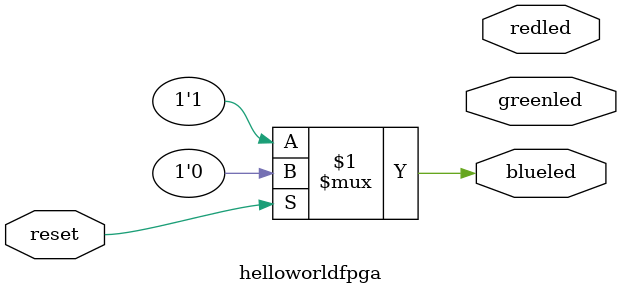
<source format=v>

module helloworldfpga (    
             
                input reset,
                output redled,
                output blueled,
                output greenled
              
                );



assign blueled= reset ? 1'd0: 1'd1;
//assign redled= reset ? 1'd0: 1'd1;

endmodule  

</source>
